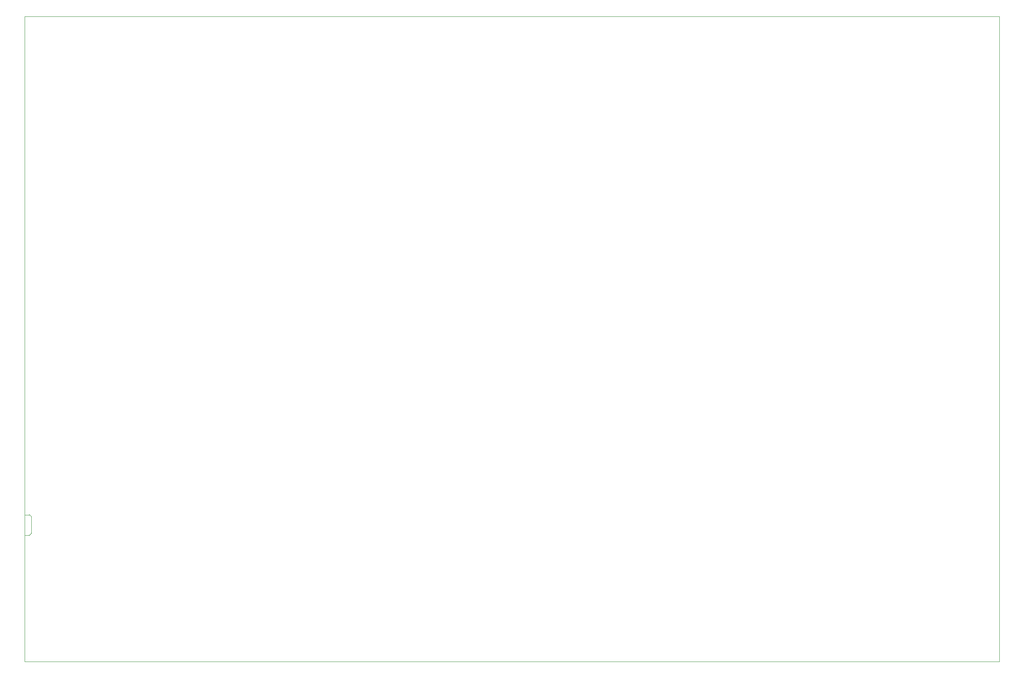
<source format=gbr>
%TF.GenerationSoftware,KiCad,Pcbnew,7.0.2-0*%
%TF.CreationDate,2023-06-26T15:28:45-04:00*%
%TF.ProjectId,6-Camera-PCB,362d4361-6d65-4726-912d-5043422e6b69,rev?*%
%TF.SameCoordinates,Original*%
%TF.FileFunction,Profile,NP*%
%FSLAX46Y46*%
G04 Gerber Fmt 4.6, Leading zero omitted, Abs format (unit mm)*
G04 Created by KiCad (PCBNEW 7.0.2-0) date 2023-06-26 15:28:45*
%MOMM*%
%LPD*%
G01*
G04 APERTURE LIST*
%TA.AperFunction,Profile*%
%ADD10C,0.100000*%
%TD*%
%TA.AperFunction,Profile*%
%ADD11C,0.120000*%
%TD*%
G04 APERTURE END LIST*
D10*
X38100000Y-22860000D02*
X248920000Y-22860000D01*
X248920000Y-162560000D01*
X38100000Y-162560000D01*
X38100000Y-22860000D01*
D11*
%TO.C,J1*%
X39079794Y-135169853D02*
G75*
G03*
X39479794Y-134769853I0J400000D01*
G01*
X39479794Y-131169853D02*
G75*
G03*
X39079794Y-130769853I-400002J-2D01*
G01*
X39079794Y-135169853D02*
X38079794Y-135169853D01*
X38079794Y-130769853D02*
X38079794Y-126469853D01*
X39479794Y-134769853D02*
X39479794Y-131169853D01*
X39079794Y-130769853D02*
X38079794Y-130769853D01*
X38079794Y-135169853D02*
X38079794Y-139469853D01*
%TD*%
M02*

</source>
